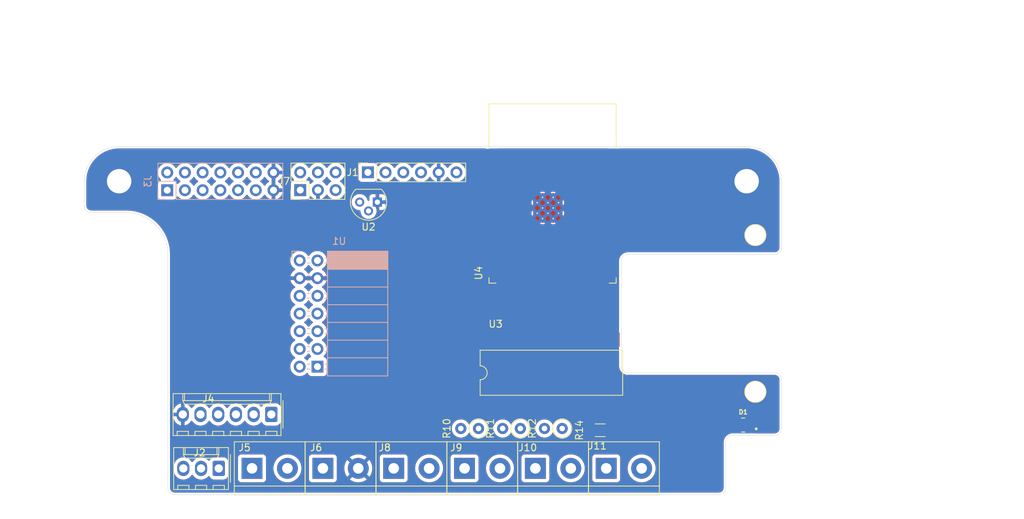
<source format=kicad_pcb>
(kicad_pcb (version 20221018) (generator pcbnew)
  (layers (0 "F.Cu" signal) (31 "B.Cu" signal) (34 "B.Paste" user) (35 "F.Paste" user) (36 "B.SilkS" user "B.Silkscreen") (37 "F.SilkS" user "F.Silkscreen") (38 "B.Mask" user) (39 "F.Mask" user) (44 "Edge.Cuts" user))
  (net 0 "")
  (net 1 "GND")
  (net 2 "+3V3")
  (net 3 "/OSC_E")
  (net 4 "/RX0")
  (net 5 "/RX1")
  (net 6 "/CRS")
  (net 7 "/MDIO")
  (net 8 "/TX0")
  (net 9 "/TX_EN")
  (net 10 "/TX1")
  (net 11 "/MDC")
  (net 12 "+3.3V")
  (net 14 "RGBLED")
  (net 15 "RESET")
  (net 16 "TXD0")
  (net 17 "RXD0")
  (net 18 "GPIO0")
  (net 19 "+12V")
  (net 21 "Net-(J2-Pin_3)")
  (net 22 "Net-(J8-Pin_1)")
  (net 23 "Net-(J8-Pin_2)")
  (net 24 "Net-(J9-Pin_1)")
  (net 25 "Net-(J9-Pin_2)")
  (net 26 "P0")
  (net 27 "Net-(R10-Pad1)")
  (net 28 "Net-(R11-Pad1)")
  (net 29 "Net-(R12-Pad1)")
  (net 30 "I0")
  (net 31 "INT")
  (net 32 "SCL")
  (net 33 "SDA")
  (net 34 "+5V")
  (net 35 "MCLR")
  (net 36 "PGD")
  (net 37 "PGC")
  (net 38 "RA5")
  (net 39 "S0")
  (net 40 "Net-(R14-Pad2)")
  (net 41 "I1")
  (net 42 "I2")
  (net 55 "Net-(J10-Pin_2)")
  (net 56 "Net-(J10-Pin_1)")
  (net 57 "Net-(J11-Pin_1)")
  (net 58 "Net-(J11-Pin_2)")
  (footprint "Connector_PinSocket_2.54mm:PinSocket_1x06_P2.54mm_Vertical" (layer "F.Cu") (at 140.675 66.735 90)
    (fp_text reference "J1" (at 0 -2.175 180) (layer "F.SilkS"))
    (fp_text value "ICSP")
    (fp_line (start -1.33 1.27) (end -1.33 14.03) (stroke (width 0.12)) (layer "F.SilkS"))
    (fp_line (start -1.33 1.27) (end 1.33 1.27) (stroke (width 0.12)) (layer "F.SilkS"))
    (fp_line (start -1.33 14.03) (end 1.33 14.03) (stroke (width 0.12)) (layer "F.SilkS"))
    (fp_line (start 0 -1.33) (end 1.33 -1.33) (stroke (width 0.12)) (layer "F.SilkS"))
    (fp_line (start 1.33 -1.33) (end 1.33 0) (stroke (width 0.12)) (layer "F.SilkS"))
    (fp_line (start 1.33 1.27) (end 1.33 14.03) (stroke (width 0.12)) (layer "F.SilkS"))
    (pad "1" thru_hole rect (at 0 0 90) (size 1.7 1.7) (drill 1) (layers "*.Cu" "*.Mask") (net 15 "RESET"))
    (pad "2" thru_hole oval (at 0 2.54 90) (size 1.7 1.7) (drill 1) (layers "*.Cu" "*.Mask") (net 16 "TXD0"))
    (pad "3" thru_hole oval (at 0 5.08 90) (size 1.7 1.7) (drill 1) (layers "*.Cu" "*.Mask") (net 17 "RXD0"))
    (pad "4" thru_hole oval (at 0 7.62 90) (size 1.7 1.7) (drill 1) (layers "*.Cu" "*.Mask") (net 18 "GPIO0"))
    (pad "5" thru_hole oval (at 0 10.16 90) (size 1.7 1.7) (drill 1) (layers "*.Cu" "*.Mask") (net 1 "GND"))
    (pad "6" thru_hole oval (at 0 12.7 90) (size 1.7 1.7) (drill 1) (layers "*.Cu" "*.Mask") (net 2 "+3V3"))
  )
  (footprint "MountingHole:MountingHole_3.5mm_Pad" (layer "F.Cu") (at 105 68)
    (fp_text reference "H1" hide)
    (fp_text value "MountingHole_Pad" hide)
    (pad "1" thru_hole circle (at 0 0) (size 7 7) (drill 3.5) (layers "*.Cu" "*.Mask") (net 1 "GND"))
  )
  (footprint "esp-map-footprints:LED_WS2812-2020" (layer "F.Cu") (at 194.5 103)
    (fp_text reference "D1" (at 0 -1.86247) (layer "F.SilkS") (effects (font (size 0.64 0.64))))
    (fp_text value "WS2812B-2020")
    (fp_line (start 0.245 -1) (end -0.245 -1) (stroke (width 0.127)) (layer "F.SilkS"))
    (fp_line (start 0.245 1) (end -0.245 1) (stroke (width 0.127)) (layer "F.SilkS"))
    (fp_circle (center 1.87 0.55) (end 1.97 0.55) (stroke (width 0.2)) (fill none) (layer "F.SilkS"))
    (pad "1" smd rect (at -0.915 0.55) (size 0.7 0.7) (layers "F.Cu" "F.Paste" "F.Mask") (net 34 "+5V"))
    (pad "2" smd rect (at 0.915 0.55) (size 0.7 0.7) (layers "F.Cu" "F.Paste" "F.Mask"))
    (pad "3" smd rect (at 0.915 -0.55) (size 0.7 0.7) (layers "F.Cu" "F.Paste" "F.Mask") (net 1 "GND"))
    (pad "4" smd rect (at -0.915 -0.55) (size 0.7 0.7) (layers "F.Cu" "F.Paste" "F.Mask") (net 14 "RGBLED"))
  )
  (footprint "Connector_PinHeader_2.54mm:PinHeader_2x03_P2.54mm_Vertical" (layer "F.Cu") (at 130.975 69.275 90)
    (fp_text reference "J7" (at 1.27 -2.33 180) (layer "F.SilkS"))
    (fp_text value "ICSP")
    (fp_line (start -1.33 -1.33) (end 0 -1.33) (stroke (width 0.12)) (layer "F.SilkS"))
    (fp_line (start -1.33 0) (end -1.33 -1.33) (stroke (width 0.12)) (layer "F.SilkS"))
    (fp_line (start -1.33 1.27) (end -1.33 6.41) (stroke (width 0.12)) (layer "F.SilkS"))
    (fp_line (start -1.33 1.27) (end 1.27 1.27) (stroke (width 0.12)) (layer "F.SilkS"))
    (fp_line (start -1.33 6.41) (end 3.87 6.41) (stroke (width 0.12)) (layer "F.SilkS"))
    (fp_line (start 1.27 -1.33) (end 3.87 -1.33) (stroke (width 0.12)) (layer "F.SilkS"))
    (fp_line (start 1.27 1.27) (end 1.27 -1.33) (stroke (width 0.12)) (layer "F.SilkS"))
    (fp_line (start 3.87 -1.33) (end 3.87 6.41) (stroke (width 0.12)) (layer "F.SilkS"))
    (pad "1" thru_hole rect (at 0 0 90) (size 1.7 1.7) (drill 1) (layers "*.Cu" "*.Mask") (net 35 "MCLR"))
    (pad "2" thru_hole oval (at 2.54 0 90) (size 1.7 1.7) (drill 1) (layers "*.Cu" "*.Mask") (net 2 "+3V3"))
    (pad "3" thru_hole oval (at 0 2.54 90) (size 1.7 1.7) (drill 1) (layers "*.Cu" "*.Mask") (net 1 "GND"))
    (pad "4" thru_hole oval (at 2.54 2.54 90) (size 1.7 1.7) (drill 1) (layers "*.Cu" "*.Mask") (net 36 "PGD"))
    (pad "5" thru_hole oval (at 0 5.08 90) (size 1.7 1.7) (drill 1) (layers "*.Cu" "*.Mask") (net 37 "PGC"))
    (pad "6" thru_hole oval (at 2.54 5.08 90) (size 1.7 1.7) (drill 1) (layers "*.Cu" "*.Mask") (net 38 "RA5"))
  )
  (footprint "Fiducial:Fiducial_0.5mm_Mask1mm" (layer "F.Cu") (at 198 73)
    (fp_text reference "FID2" hide)
    (fp_text value "Fiducial" hide)
    (pad "" smd circle (at 0 0) (size 0.5 0.5) (layers "F.Cu" "F.Mask") (clearance 0.25))
  )
  (footprint "esp-map-footprints:LAN8720-ETH-BOARD-90deg-CON-BOT" (layer "F.Cu") (at 130.9 79.38)
    (fp_text reference "U1" (at 5.65 -2.77) (layer "B.SilkS") (effects (justify mirror)))
    (fp_text value "lan8720_eth_board")
    (fp_line (start -1.11 -1.33) (end -1.11 0) (stroke (width 0.12)) (layer "B.SilkS"))
    (fp_line (start 0 -1.33) (end -1.11 -1.33) (stroke (width 0.12)) (layer "B.SilkS"))
    (fp_line (start 1.49 -0.36) (end 1.11 -0.36) (stroke (width 0.12)) (layer "B.SilkS"))
    (fp_line (start 1.49 0.36) (end 1.11 0.36) (stroke (width 0.12)) (layer "B.SilkS"))
    (fp_line (start 1.49 2.18) (end 1.05 2.18) (stroke (width 0.12)) (layer "B.SilkS"))
    (fp_line (start 1.49 2.9) (end 1.05 2.9) (stroke (width 0.12)) (layer "B.SilkS"))
    (fp_line (start 1.49 4.72) (end 1.05 4.72) (stroke (width 0.12)) (layer "B.SilkS"))
    (fp_line (start 1.49 5.44) (end 1.05 5.44) (stroke (width 0.12)) (layer "B.SilkS"))
    (fp_line (start 1.49 7.26) (end 1.05 7.26) (stroke (width 0.12)) (layer "B.SilkS"))
    (fp_line (start 1.49 7.98) (end 1.05 7.98) (stroke (width 0.12)) (layer "B.SilkS"))
    (fp_line (start 1.49 9.8) (end 1.05 9.8) (stroke (width 0.12)) (layer "B.SilkS"))
    (fp_line (start 1.49 10.52) (end 1.05 10.52) (stroke (width 0.12)) (layer "B.SilkS"))
    (fp_line (start 1.49 12.34) (end 1.05 12.34) (stroke (width 0.12)) (layer "B.SilkS"))
    (fp_line (start 1.49 13.06) (end 1.05 13.06) (stroke (width 0.12)) (layer "B.SilkS"))
    (fp_line (start 1.49 14.88) (end 1.05 14.88) (stroke (width 0.12)) (layer "B.SilkS"))
    (fp_line (start 1.49 15.6) (end 1.05 15.6) (stroke (width 0.12)) (layer "B.SilkS"))
    (fp_line (start 4 -1.33) (end 4 16.57) (stroke (width 0.12)) (layer "B.SilkS"))
    (fp_line (start 4 -0.36) (end 3.59 -0.36) (stroke (width 0.12)) (layer "B.SilkS"))
    (fp_line (start 4 0.36) (end 3.59 0.36) (stroke (width 0.12)) (layer "B.SilkS"))
    (fp_line (start 4 2.18) (end 3.59 2.18) (stroke (width 0.12)) (layer "B.SilkS"))
    (fp_line (start 4 2.9) (end 3.59 2.9) (stroke (width 0.12)) (layer "B.SilkS"))
    (fp_line (start 4 4.72) (end 3.59 4.72) (stroke (width 0.12)) (layer "B.SilkS"))
    (fp_line (start 4 5.44) (end 3.59 5.44) (stroke (width 0.12)) (layer "B.SilkS"))
    (fp_line (start 4 7.26) (end 3.59 7.26) (stroke (width 0.12)) (layer "B.SilkS"))
    (fp_line (start 4 7.98) (end 3.59 7.98) (stroke (width 0.12)) (layer "B.SilkS"))
    (fp_line (start 4 9.8) (end 3.59 9.8) (stroke (width 0.12)) (layer "B.SilkS"))
    (fp_line (start 4 10.52) (end 3.59 10.52) (stroke (width 0.12)) (layer "B.SilkS"))
    (fp_line (start 4 12.34) (end 3.59 12.34) (stroke (width 0.12)) (layer "B.SilkS"))
    (fp_line (start 4 13.06) (end 3.59 13.06) (stroke (width 0.12)) (layer "B.SilkS"))
    (fp_line (start 4 14.88) (end 3.59 14.88) (stroke (width 0.12)) (layer "B.SilkS"))
    (fp_line (start 4 15.6) (end 3.59 15.6) (stroke (width 0.12)) (layer "B.SilkS"))
    (fp_line (start 12.63 -1.33) (end 4 -1.33) (stroke (width 0.12)) (layer "B.SilkS"))
    (fp_line (start 12.63 -1.33) (end 12.63 16.57) (stroke (width 0.12)) (layer "B.SilkS"))
    (fp_line (start 12.63 -1.21) (end 4 -1.21) (stroke (width 0.12)) (layer "B.SilkS"))
    (fp_line (start 12.63 -1.091905) (end 4 -1.091905) (stroke (width 0.12)) (layer "B.SilkS"))
    (fp_line (start 12.63 -0.97381) (end 4 -0.97381) (stroke (width 0.12)) (layer "B.SilkS"))
    (fp_line (start 12.63 -0.855715) (end 4 -0.855715) (stroke (width 0.12)) (layer "B.SilkS"))
    (fp_line (start 12.63 -0.73762) (end 4 -0.73762) (stroke (width 0.12)) (layer "B.SilkS"))
    (fp_line (start 12.63 -0.619525) (end 4 -0.619525) (stroke (width 0.12)) (layer "B.SilkS"))
    (fp_line (start 12.63 -0.50143) (end 4 -0.50143) (stroke (width 0.12)) (layer "B.SilkS"))
    (fp_line (start 12.63 -0.383335) (end 4 -0.383335) (stroke (width 0.12)) (layer "B.SilkS"))
    (fp_line (start 12.63 -0.26524) (end 4 -0.26524) (stroke (width 0.12)) (layer "B.SilkS"))
    (fp_line (start 12.63 -0.147145) (end 4 -0.147145) (stroke (width 0.12)) (layer "B.SilkS"))
    (fp_line (start 12.63 -0.02905) (end 4 -0.02905) (stroke (width 0.12)) (layer "B.SilkS"))
    (fp_line (start 12.63 0.089045) (end 4 0.089045) (stroke (width 0.12)) (layer "B.SilkS"))
    (fp_line (start 12.63 0.20714) (end 4 0.20714) (stroke (width 0.12)) (layer "B.SilkS"))
    (fp_line (start 12.63 0.325235) (end 4 0.325235) (stroke (width 0.12)) (layer "B.SilkS"))
    (fp_line (start 12.63 0.44333) (end 4 0.44333) (stroke (width 0.12)) (layer "B.SilkS"))
    (fp_line (start 12.63 0.561425) (end 4 0.561425) (stroke (width 0.12)) (layer "B.SilkS"))
    (fp_line (start 12.63 0.67952) (end 4 0.67952) (stroke (width 0.12)) (layer "B.SilkS"))
    (fp_line (start 12.63 0.797615) (end 4 0.797615) (stroke (width 0.12)) (layer "B.SilkS"))
    (fp_line (start 12.63 0.91571) (end 4 0.91571) (stroke (width 0.12)) (layer "B.SilkS"))
    (fp_line (start 12.63 1.033805) (end 4 1.033805) (stroke (width 0.12)) (layer "B.SilkS"))
    (fp_line (start 12.63 1.1519) (end 4 1.1519) (stroke (width 0.12)) (layer "B.SilkS"))
    (fp_line (start 12.63 1.27) (end 4 1.27) (stroke (width 0.12)) (layer "B.SilkS"))
    (fp_line (start 12.63 3.81) (end 4 3.81) (stroke (width 0.12)) (layer "B.SilkS"))
    (fp_line (start 12.63 6.35) (end 4 6.35) (stroke (width 0.12)) (layer "B.SilkS"))
    (fp_line (start 12.63 8.89) (end 4 8.89) (stroke (width 0.12)) (layer "B.SilkS"))
    (fp_line (start 12.63 11.43) (end 4 11.43) (stroke (width 0.12)) (layer "B.SilkS"))
    (fp_line (start 12.63 13.97) (end 4 13.97) (stroke (width 0.12)) (layer "B.SilkS"))
    (fp_line (start 12.63 16.57) (end 4 16.57) (stroke (width 0.12)) (layer "B.SilkS"))
    (fp_circle (center 65.35 -3.65) (end 66.85 -3.65) (stroke (width 0.1)) (fill none) (layer "F.SilkS"))
    (fp_circle (center 65.35 18.85) (end 66.85 19.1) (stroke (width 0.1)) (fill none) (layer "F.SilkS"))
    (pad "" np_thru_hole circle (at 65.35 -3.65) (size 2.5 2.5) (drill 2.5) (layers "F&B.Cu" "*.Mask"))
    (pad "" np_thru_hole circle (at 65.35 18.85) (size 2.5 2.5) (drill 2.5) (layers "F&B.Cu" "*.Mask"))
    (pad "1" thru_hole rect (at 2.54 15.24) (size 1.7 1.7) (drill 1) (layers "*.Cu" "*.Mask") (net 10 "/TX1"))
    (pad "2" thru_hole oval (at 0 15.24) (size 1.7 1.7) (drill 1) (layers "*.Cu" "*.Mask") (net 3 "/OSC_E"))
    (pad "3" thru_hole oval (at 2.54 12.7) (size 1.7 1.7) (drill 1) (layers "*.Cu" "*.Mask") (net 9 "/TX_EN"))
    (pad "4" thru_hole oval (at 0 12.7) (size 1.7 1.7) (drill 1) (layers "*.Cu" "*.Mask") (net 8 "/TX0"))
    (pad "5" thru_hole oval (at 2.54 10.16) (size 1.7 1.7) (drill 1) (layers "*.Cu" "*.Mask") (net 4 "/RX0"))
    (pad "6" thru_hole oval (at 0 10.16) (size 1.7 1.7) (drill 1) (layers "*.Cu" "*.Mask") (net 5 "/RX1"))
    (pad "7" thru_hole oval (at 2.54 7.62) (size 1.7 1.7) (drill 1) (layers "*.Cu" "*.Mask") (net 18 "GPIO0"))
    (pad "8" thru_hole oval (at 0 7.62) (size 1.7 1.7) (drill 1) (layers "*.Cu" "*.Mask") (net 6 "/CRS"))
    (pad "9" thru_hole oval (at 2.54 5.08) (size 1.7 1.7) (drill 1) (layers "*.Cu" "*.Mask") (net 7 "/MDIO"))
    (pad "10" thru_hole oval (at 0 5.08) (size 1.7 1.7) (drill 1) (layers "*.Cu" "*.Mask") (net 11 "/MDC"))
    (pad "11" thru_hole oval (at 2.54 2.54) (size 1.7 1.7) (drill 1) (layers "*.Cu" "*.Mask") (net 1 "GND"))
    (pad "12" thru_hole oval (at 0 2.54) (size 1.7 1.7) (drill 1) (layers "*.Cu" "*.Mask") (net 1 "GND"))
    (pad "13" thru_hole oval (at 2.54 0) (size 1.7 1.7) (drill 1) (layers "*.Cu" "*.Mask") (net 2 "+3V3"))
    (pad "14" thru_hole oval (at 0 0) (size 1.7 1.7) (drill 1) (layers "*.Cu" "*.Mask") (net 2 "+3V3"))
  )
  (footprint "Package_DIP:SMDIP-16_W9.53mm" (layer "F.Cu") (at 167 95.5 90)
    (fp_text reference "U3" (at 7 -8 180) (layer "F.SilkS"))
    (fp_text value "PC847")
    (fp_line (start -3.235 -10.22) (end -3.235 10.22) (stroke (width 0.12)) (layer "F.SilkS"))
    (fp_line (start -3.235 10.22) (end 3.235 10.22) (stroke (width 0.12)) (layer "F.SilkS"))
    (fp_line (start -1 -10.22) (end -3.235 -10.22) (stroke (width 0.12)) (layer "F.SilkS"))
    (fp_line (start 3.235 -10.22) (end 1 -10.22) (stroke (width 0.12)) (layer "F.SilkS"))
    (fp_line (start 3.235 10.22) (end 3.235 -10.22) (stroke (width 0.12)) (layer "F.SilkS"))
    (fp_arc (start 1 -10.22) (mid 0 -9.22) (end -1 -10.22) (stroke (width 0.12)) (layer "F.SilkS"))
    (pad "1" smd rect (at -4.765 -8.89 90) (size 2 1.78) (layers "F.Cu" "F.Paste" "F.Mask") (net 27 "Net-(R10-Pad1)"))
    (pad "2" smd rect (at -4.765 -6.35 90) (size 2 1.78) (layers "F.Cu" "F.Paste" "F.Mask") (net 23 "Net-(J8-Pin_2)"))
    (pad "3" smd rect (at -4.765 -3.81 90) (size 2 1.78) (layers "F.Cu" "F.Paste" "F.Mask") (net 28 "Net-(R11-Pad1)"))
    (pad "4" smd rect (at -4.765 -1.27 90) (size 2 1.78) (layers "F.Cu" "F.Paste" "F.Mask") (net 25 "Net-(J9-Pin_2)"))
    (pad "5" smd rect (at -4.765 1.27 90) (size 2 1.78) (layers "F.Cu" "F.Paste" "F.Mask") (net 29 "Net-(R12-Pad1)"))
    (pad "6" smd rect (at -4.765 3.81 90) (size 2 1.78) (layers "F.Cu" "F.Paste" "F.Mask") (net 55 "Net-(J10-Pin_2)"))
    (pad "7" smd rect (at -4.765 6.35 90) (size 2 1.78) (layers "F.Cu" "F.Paste" "F.Mask") (net 40 "Net-(R14-Pad2)"))
    (pad "8" smd rect (at -4.765 8.89 90) (size 2 1.78) (layers "F.Cu" "F.Paste" "F.Mask") (net 1 "GND"))
    (pad "9" smd rect (at 4.765 8.89 90) (size 2 1.78) (layers "F.Cu" "F.Paste" "F.Mask") (net 58 "Net-(J11-Pin_2)"))
    (pad "10" smd rect (at 4.765 6.35 90) (size 2 1.78) (layers "F.Cu" "F.Paste" "F.Mask") (net 57 "Net-(J11-Pin_1)"))
    (pad "11" smd rect (at 4.765 3.81 90) (size 2 1.78) (layers "F.Cu" "F.Paste" "F.Mask") (net 1 "GND"))
    (pad "12" smd rect (at 4.765 1.27 90) (size 2 1.78) (layers "F.Cu" "F.Paste" "F.Mask") (net 42 "I2"))
    (pad "13" smd rect (at 4.765 -1.27 90) (size 2 1.78) (layers "F.Cu" "F.Paste" "F.Mask") (net 1 "GND"))
    (pad "14" smd rect (at 4.765 -3.81 90) (size 2 1.78) (layers "F.Cu" "F.Paste" "F.Mask") (net 41 "I1"))
    (pad "15" smd rect (at 4.765 -6.35 90) (size 2 1.78) (layers "F.Cu" "F.Paste" "F.Mask") (net 1 "GND"))
    (pad "16" smd rect (at 4.765 -8.89 90) (size 2 1.78) (layers "F.Cu" "F.Paste" "F.Mask") (net 30 "I0"))
  )
  (footprint "Package_TO_SOT_THT:TO-92" (layer "F.Cu") (at 142.04 71 180)
    (fp_text reference "U2" (at 1.27 -3.56) (layer "F.SilkS"))
    (fp_text value "DS1233A-10")
    (fp_line (start -0.53 1.85) (end 3.07 1.85) (stroke (width 0.12)) (layer "F.SilkS"))
    (fp_arc (start -0.568478 1.838478) (mid -1.132087 -0.994977) (end 1.27 -2.6) (stroke (width 0.12)) (layer "F.SilkS"))
    (fp_arc (start 1.27 -2.6) (mid 3.672087 -0.994977) (end 3.108478 1.838478) (stroke (width 0.12)) (layer "F.SilkS"))
    (pad "1" thru_hole rect (at 0 0 180) (size 1.3 1.3) (drill 0.75) (layers "*.Cu" "*.Mask") (net 1 "GND"))
    (pad "2" thru_hole circle (at 1.27 -1.27 180) (size 1.3 1.3) (drill 0.75) (layers "*.Cu" "*.Mask") (net 15 "RESET"))
    (pad "3" thru_hole circle (at 2.54 0 180) (size 1.3 1.3) (drill 0.75) (layers "*.Cu" "*.Mask") (net 2 "+3V3"))
  )
  (footprint "Connector_Molex:Molex_KK-254_AE-6410-03A_1x03_P2.54mm_Vertical" (layer "F.Cu") (at 119.29 109.23 180)
    (fp_text reference "J2" (at 2.75 2.25) (layer "F.SilkS"))
    (fp_text value "Conn_01x03")
    (fp_line (start -1.67 -2) (end -1.67 2) (stroke (width 0.12)) (layer "F.SilkS"))
    (fp_line (start -1.38 -3.03) (end -1.38 2.99) (stroke (width 0.12)) (layer "F.SilkS"))
    (fp_line (start -1.38 2.99) (end 6.46 2.99) (stroke (width 0.12)) (layer "F.SilkS"))
    (fp_line (start -0.8 -3.03) (end -0.8 -2.43) (stroke (width 0.12)) (layer "F.SilkS"))
    (fp_line (start -0.8 -2.43) (end 0.8 -2.43) (stroke (width 0.12)) (layer "F.SilkS"))
    (fp_line (start 0 1.99) (end 0.25 1.46) (stroke (width 0.12)) (layer "F.SilkS"))
    (fp_line (start 0 1.99) (end 5.08 1.99) (stroke (width 0.12)) (layer "F.SilkS"))
    (fp_line (start 0 2.99) (end 0 1.99) (stroke (width 0.12)) (layer "F.SilkS"))
    (fp_line (start 0.25 1.46) (end 4.83 1.46) (stroke (width 0.12)) (layer "F.SilkS"))
    (fp_line (start 0.25 2.99) (end 0.25 1.99) (stroke (width 0.12)) (layer "F.SilkS"))
    (fp_line (start 0.8 -2.43) (end 0.8 -3.03) (stroke (width 0.12)) (layer "F.SilkS"))
    (fp_line (start 1.74 -3.03) (end 1.74 -2.43) (stroke (width 0.12)) (layer "F.SilkS"))
    (fp_line (start 1.74 -2.43) (end 3.34 -2.43) (stroke (width 0.12)) (layer "F.SilkS"))
    (fp_line (start 3.34 -2.43) (end 3.34 -3.03) (stroke (width 0.12)) (layer "F.SilkS"))
    (fp_line (start 4.28 -3.03) (end 4.28 -2.43) (stroke (width 0.12)) (layer "F.SilkS"))
    (fp_line (start 4.28 -2.43) (end 5.88 -2.43) (stroke (width 0.12)) (layer "F.SilkS"))
    (fp_line (start 4.83 1.46) (end 5.08 1.99) (stroke (width 0.12)) (layer "F.SilkS"))
    (fp_line (start 4.83 2.99) (end 4.83 1.99) (stroke (width 0.12)) (layer "F.SilkS"))
    (fp_line (start 5.08 1.99) (end 5.08 2.99) (stroke (width 0.12)) (layer "F.SilkS"))
    (fp_line (start 5.88 -2.43) (end 5.88 -3.03) (stroke (width 0.12)) (layer "F.SilkS"))
    (fp_line (start 6.46 -3.03) (end -1.38 -3.03) (stroke (width 0.12)) (layer "F.SilkS"))
    (fp_line (start 6.46 2.99) (end 6.46 -3.03) (stroke (width 0.12)) (layer "F.SilkS"))
    (pad "1" thru_hole roundrect (at 0 0 180) (size 1.74 2.19) (drill 1.19) (layers "*.Cu" "*.Mask") (roundrect_rratio 0.143678) (net 19 "+12V"))
    (pad "2" thru_hole oval (at 2.54 0 180) (size 1.74 2.19) (drill 1.19) (layers "*.Cu" "*.Mask"))
    (pad "3" thru_hole oval (at 5.08 0 180) (size 1.74 2.19) (drill 1.19) (layers "*.Cu" "*.Mask") (net 21 "Net-(J2-Pin_3)"))
  )
  (footprint "esp-map-footprints:TerminalBlock-Bornier-2_P5.08mm" (layer "F.Cu") (at 134.22 109.22)
    (fp_text reference "J6" (at -0.97 -2.97) (layer "F.SilkS"))
    (fp_text value "Conn_01x02")
    (fp_line (start -2.54 -3.81) (end -2.54 3.81) (stroke (width 0.12)) (layer "F.SilkS"))
    (fp_line (start -2.54 3.81) (end 7.62 3.81) (stroke (width 0.12)) (layer "F.SilkS"))
    (fp_line (start 7.62 -3.81) (end -2.54 -3.81) (stroke (width 0.12)) (layer "F.SilkS"))
    (fp_line (start 7.62 2.54) (end -2.54 2.54) (stroke (width 0.12)) (layer "F.SilkS"))
    (fp_line (start 7.62 3.81) (end 7.62 -3.81) (stroke (width 0.12)) (layer "F.SilkS"))
    (pad "1" thru_hole rect locked (at 0 0) (size 3 3) (drill 1.52) (layers "*.Cu" "*.Mask") (net 19 "+12V"))
    (pad "2" thru_hole circle locked (at 5.08 0) (size 3 3) (drill 1.52) (layers "*.Cu" "*.Mask") (net 1 "GND"))
  )
  (footprint "esp-map-footprints:TerminalBlock-Bornier-2_P5.08mm" (layer "F.Cu") (at 164.7 109.22)
    (fp_text reference "J10" (at -1.1 -2.97) (layer "F.SilkS"))
    (fp_text value "Conn_01x02")
    (fp_line (start -2.54 -3.81) (end -2.54 3.81) (stroke (width 0.12)) (layer "F.SilkS"))
    (fp_line (start -2.54 3.81) (end 7.62 3.81) (stroke (width 0.12)) (layer "F.SilkS"))
    (fp_line (start 7.62 -3.81) (end -2.54 -3.81) (stroke (width 0.12)) (layer "F.SilkS"))
    (fp_line (start 7.62 2.54) (end -2.54 2.54) (stroke (width 0.12)) (layer "F.SilkS"))
    (fp_line (start 7.62 3.81) (end 7.62 -3.81) (stroke (width 0.12)) (layer "F.SilkS"))
    (pad "1" thru_hole rect locked (at 0 0) (size 3 3) (drill 1.52) (layers "*.Cu" "*.Mask") (net 56 "Net-(J10-Pin_1)"))
    (pad "2" thru_hole circle locked (at 5.08 0) (size 3 3) (drill 1.52) (layers "*.Cu" "*.Mask") (net 55 "Net-(J10-Pin_2)"))
  )
  (footprint "esp-map-footprints:TerminalBlock-Bornier-2_P5.08mm" (layer "F.Cu") (at 174.86 109.22)
    (fp_text reference "J11" (at -1.26 -3.22) (layer "F.SilkS"))
    (fp_text value "Conn_01x02")
    (fp_line (start -2.54 -3.81) (end -2.54 3.81) (stroke (width 0.12)) (layer "F.SilkS"))
    (fp_line (start -2.54 3.81) (end 7.62 3.81) (stroke (width 0.12)) (layer "F.SilkS"))
    (fp_line (start 7.62 -3.81) (end -2.54 -3.81) (stroke (width 0.12)) (layer "F.SilkS"))
    (fp_line (start 7.62 2.54) (end -2.54 2.54) (stroke (width 0.12)) (layer "F.SilkS"))
    (fp_line (start 7.62 3.81) (end 7.62 -3.81) (stroke (width 0.12)) (layer "F.SilkS"))
    (pad "1" thru_hole rect locked (at 0 0) (size 3 3) (drill 1.52) (layers "*.Cu" "*.Mask") (net 57 "Net-(J11-Pin_1)"))
    (pad "2" thru_hole circle locked (at 5.08 0) (size 3 3) (drill 1.52) (layers "*.Cu" "*.Mask") (net 58 "Net-(J11-Pin_2)"))
  )
  (footprint "Resistor_SMD:R_1206_3216Metric" (layer "F.Cu") (at 174 103.75 180)
    (fp_text reference "R14" (at 3 0 90) (layer "F.SilkS"))
    (fp_text value "100")
    (fp_line (start -0.727064 -0.91) (end 0.727064 -0.91) (stroke (width 0.12)) (layer "F.SilkS"))
    (fp_line (start -0.727064 0.91) (end 0.727064 0.91) (stroke (width 0.12)) (layer "F.SilkS"))
    (pad "1" smd roundrect (at -1.4625 0 180) (size 1.125 1.75) (layers "F.Cu" "F.Paste" "F.Mask") (roundrect_rratio 0.222222) (net 39 "S0"))
    (pad "2" smd roundrect (at 1.4625 0 180) (size 1.125 1.75) (layers "F.Cu" "F.Paste" "F.Mask") (roundrect_rratio 0.222222) (net 40 "Net-(R14-Pad2)"))
  )
  (footprint "esp-map-footprints:TerminalBlock-Bornier-2_P5.08mm" (layer "F.Cu") (at 124.06 109.22)
    (fp_text reference "J5" (at -1.06 -2.97) (layer "F.SilkS"))
    (fp_text value "Conn_01x02")
    (fp_line (start -2.54 -3.81) (end -2.54 3.81) (stroke (width 0.12)) (layer "F.SilkS"))
    (fp_line (start -2.54 3.81) (end 7.62 3.81) (stroke (width 0.12)) (layer "F.SilkS"))
    (fp_line (start 7.62 -3.81) (end -2.54 -3.81) (stroke (width 0.12)) (layer "F.SilkS"))
    (fp_line (start 7.62 2.54) (end -2.54 2.54) (stroke (width 0.12)) (layer "F.SilkS"))
    (fp_line (start 7.62 3.81) (end 7.62 -3.81) (stroke (width 0.12)) (layer "F.SilkS"))
    (pad "1" thru_hole rect locked (at 0 0) (size 3 3) (drill 1.52) (layers "*.Cu" "*.Mask") (net 2 "+3V3"))
    (pad "2" thru_hole circle locked (at 5.08 0) (size 3 3) (drill 1.52) (layers "*.Cu" "*.Mask") (net 34 "+5V"))
  )
  (footprint "Resistor_THT:R_Axial_DIN0207_L6.3mm_D2.5mm_P2.54mm_Vertical" (layer "F.Cu") (at 156.545 103.5 180)
    (fp_text reference "R10" (at 4.545 0 270) (layer "F.SilkS"))
    (fp_text value "?")
    (fp_line (start 1.37 0) (end 1.44 0) (stroke (width 0.12)) (layer "F.SilkS"))
    (fp_circle (center 0 0) (end 1.37 0) (stroke (width 0.12)) (fill none) (layer "F.SilkS"))
    (pad "1" thru_hole circle (at 0 0 180) (size 1.6 1.6) (drill 0.8) (layers "*.Cu" "*.Mask") (net 27 "Net-(R10-Pad1)"))
    (pad "2" thru_hole oval (at 2.54 0 180) (size 1.6 1.6) (drill 0.8) (layers "*.Cu" "*.Mask") (net 22 "Net-(J8-Pin_1)"))
  )
  (footprint "Resistor_THT:R_Axial_DIN0207_L6.3mm_D2.5mm_P2.54mm_Vertical" (layer "F.Cu") (at 162.545 103.5 180)
    (fp_text reference "R11" (at 4.295 0 90) (layer "F.SilkS"))
    (fp_text value "?")
    (fp_line (start 1.37 0) (end 1.44 0) (stroke (width 0.12)) (layer "F.SilkS"))
    (fp_circle (center 0 0) (end 1.37 0) (stroke (width 0.12)) (fill none) (layer "F.SilkS"))
    (pad "1" thru_hole circle (at 0 0 180) (size 1.6 1.6) (drill 0.8) (layers "*.Cu" "*.Mask") (net 28 "Net-(R11-Pad1)"))
    (pad "2" thru_hole oval (at 2.54 0 180) (size 1.6 1.6) (drill 0.8) (layers "*.Cu" "*.Mask") (net 24 "Net-(J9-Pin_1)"))
  )
  (footprint "Resistor_THT:R_Axial_DIN0207_L6.3mm_D2.5mm_P2.54mm_Vertical" (layer "F.Cu") (at 168.545 103.5 180)
    (fp_text reference "R12" (at 4.295 0 90) (layer "F.SilkS"))
    (fp_text value "?")
    (fp_line (start 1.37 0) (end 1.44 0) (stroke (width 0.12)) (layer "F.SilkS"))
    (fp_circle (center 0 0) (end 1.37 0) (stroke (width 0.12)) (fill none) (layer "F.SilkS"))
    (pad "1" thru_hole circle (at 0 0 180) (size 1.6 1.6) (drill 0.8) (layers "*.Cu" "*.Mask") (net 29 "Net-(R12-Pad1)"))
    (pad "2" thru_hole oval (at 2.54 0 180) (size 1.6 1.6) (drill 0.8) (layers "*.Cu" "*.Mask") (net 56 "Net-(J10-Pin_1)"))
  )
  (footprint "Fiducial:Fiducial_0.5mm_Mask1mm" (layer "F.Cu") (at 198.5 101)
    (fp_text reference "FID3" hide)
    (fp_text value "Fiducial" hide)
    (pad "" smd circle (at 0 0) (size 0.5 0.5) (layers "F.Cu" "F.Mask") (clearance 0.25))
  )
  (footprint "Connector_Molex:Molex_KK-254_AE-6410-06A_1x06_P2.54mm_Vertical" (layer "F.Cu") (at 126.83 101.48 180)
    (fp_text reference "J4" (at 9.04 2.25) (layer "F.SilkS"))
    (fp_text value "Conn_01x06")
    (fp_line (start -1.67 -2) (end -1.67 2) (stroke (width 0.12)) (layer "F.SilkS"))
    (fp_line (start -1.38 -3.03) (end -1.38 2.99) (stroke (width 0.12)) (layer "F.SilkS"))
    (fp_line (start -1.38 2.99) (end 14.08 2.99) (stroke (width 0.12)) (layer "F.SilkS"))
    (fp_line (start -0.8 -3.03) (end -0.8 -2.43) (stroke (width 0.12)) (layer "F.SilkS"))
    (fp_line (start -0.8 -2.43) (end 0.8 -2.43) (stroke (width 0.12)) (layer "F.SilkS"))
    (fp_line (start 0 1.99) (end 0.25 1.46) (stroke (width 0.12)) (layer "F.SilkS"))
    (fp_line (start 0 1.99) (end 12.7 1.99) (stroke (width 0.12)) (layer "F.SilkS"))
    (fp_line (start 0 2.99) (end 0 1.99) (stroke (width 0.12)) (layer "F.SilkS"))
    (fp_line (start 0.25 1.46) (end 12.45 1.46) (stroke (width 0.12)) (layer "F.SilkS"))
    (fp_line (start 0.25 2.99) (end 0.25 1.99) (stroke (width 0.12)) (layer "F.SilkS"))
    (fp_line (start 0.8 -2.43) (end 0.8 -3.03) (stroke (width 0.12)) (layer "F.SilkS"))
    (fp_line (start 1.74 -3.03) (end 1.74 -2.43) (stroke (width 0.12)) (layer "F.SilkS"))
    (fp_line (start 1.74 -2.43) (end 3.34 -2.43) (stroke (width 0.12)) (layer "F.SilkS"))
    (fp_line (start 3.34 -2.43) (end 3.34 -3.03) (stroke (width 0.12)) (layer "F.SilkS"))
    (fp_line (start 4.28 -3.03) (end 4.28 -2.43) (stroke (width 0.12)) (layer "F.SilkS"))
    (fp_line (start 4.28 -2.43) (end 5.88 -2.43) (stroke (width 0.12)) (layer "F.SilkS"))
    (fp_line (start 5.88 -2.43) (end 5.88 -3.03) (stroke (width 0.12)) (layer "F.SilkS"))
    (fp_line (start 6.82 -3.03) (end 6.82 -2.43) (stroke (width 0.12)) (layer "F.SilkS"))
    (fp_line (start 6.82 -2.43) (end 8.42 -2.43) (stroke (width 0.12)) (layer "F.SilkS"))
    (fp_line (start 8.42 -2.43) (end 8.42 -3.03) (stroke (width 0.12)) (layer "F.SilkS"))
    (fp_line (start 9.36 -3.03) (end 9.36 -2.43) (stroke (width 0.12)) (layer "F.SilkS"))
    (fp_line (start 9.36 -2.43) (end 10.96 -2.43) (stroke (width 0.12)) (layer "F.SilkS"))
    (fp_line (start 10.96 -2.43) (end 10.96 -3.03) (stroke (width 0.12)) (layer "F.SilkS"))
    (fp_line (start 11.9 -3.03) (end 11.9 -2.43) (stroke (width 0.12)) (layer "F.SilkS"))
    (fp_line (start 11.9 -2.43) (end 13.5 -2.43) (stroke (width 0.12)) (layer "F.SilkS"))
    (fp_line (start 12.45 1.46) (end 12.7 1.99) (stroke (width 0.12)) (layer "F.SilkS"))
    (fp_line (start 12.45 2.99) (end 12.45 1.99) (stroke (width 0.12)) (layer "F.SilkS"))
    (fp_line (start 12.7 1.99) (end 12.7 2.99) (stroke (width 0.12)) (layer "F.SilkS"))
    (fp_line (start 13.5 -2.43) (end 13.5 -3.03) (stroke (width 0.12)) (layer "F.SilkS"))
    (fp_line (start 14.08 -3.03) (end -1.38 -3.03) (stroke (width 0.12)) (layer "F.SilkS"))
    (fp_line (start 14.08 2.99) (end 14.08 -3.03) (stroke (width 0.12)) (layer "F.SilkS"))
    (pad "1" thru_hole roundrect (at 0 0 180) (size 1.74 2.19) (drill 1.19) (layers "*.Cu" "*.Mask") (roundrect_rratio 0.143678) (net 31 "INT"))
    (pad "2" thru_hole oval (at 2.54 0 180) (size 1.74 2.19) (drill 1.19) (layers "*.Cu" "*.Mask") (net 32 "SCL"))
    (pad "3" thru_hole oval (at 5.08 0 180) (size 1.74 2.19) (drill 1.19) (layers "*.Cu" "*.Mask") (net 33 "SDA"))
    (pad "4" thru_hole oval (at 7.62 0 180) (size 1.74 2.19) (drill 1.19) (layers "*.Cu" "*.Mask") (net 2 "+3V3"))
    (pad "5" thru_hole oval (at 10.16 0 180) (size 1.74 2.19) (drill 1.19) (layers "*.Cu" "*.Mask") (net 34 "+5V"))
    (pad "6" thru_hole oval (at 12.7 0 180) (size 1.74 2.19) (drill 1.19) (layers "*.Cu" "*.Mask") (net 1 "GND"))
  )
  (footprint "Fiducial:Fiducial_0.5mm_Mask1mm" (layer "F.Cu") (at 109 72)
    (fp_text reference "FID1" hide)
    (fp_text value "Fiducial" hide)
    (pad "" smd circle (at 0 0) (size 0.5 0.5) (layers "F.Cu" "F.Mask") (clearance 0.25))
  )
  (footprint "esp-map-footprints:TerminalBlock-Bornier-2_P5.08mm" (layer "F.Cu") (at 154.54 109.22)
    (fp_text reference "J9" (at -1.19 -2.97) (layer "F.SilkS"))
    (fp_text value "Conn_01x02")
    (fp_line (start -2.54 -3.81) (end -2.54 3.81) (stroke (width 0.12)) (layer "F.SilkS"))
    (fp_line (start -2.54 3.81) (end 7.62 3.81) (stroke (width 0.12)) (layer "F.SilkS"))
    (fp_line (start 7.62 -3.81) (end -2.54 -3.81) (stroke (width 0.12)) (layer "F.SilkS"))
    (fp_line (start 7.62 2.54) (end -2.54 2.54) (stroke (width 0.12)) (layer "F.SilkS"))
    (fp_line (start 7.62 3.81) (end 7.62 -3.81) (stroke (width 0.12)) (layer "F.SilkS"))
    (pad "1" thru_hole rect locked (at 0 0) (size 3 3) (drill 1.52) (layers "*.Cu" "*.Mask") (net 24 "Net-(J9-Pin_1)"))
    (pad "2" thru_hole circle locked (at 5.08 0) (size 3 3) (drill 1.52) (layers "*.Cu" "*.Mask") (net 25 "Net-(J9-Pin_2)"))
  )
  (footprint "esp-map-footprints:TerminalBlock-Bornier-2_P5.08mm" (layer "F.Cu") (at 144.38 109.22)
    (fp_text reference "J8" (at -1.28 -2.97) (layer "F.SilkS"))
    (fp_text value "Conn_01x02")
    (fp_line (start -2.54 -3.81) (end -2.54 3.81) (stroke (width 0.12)) (layer "F.SilkS"))
    (fp_line (start -2.54 3.81) (end 7.62 3.81) (stroke (width 0.12)) (layer "F.SilkS"))
    (fp_line (start 7.62 -3.81) (end -2.54 -3.81) (stroke (width 0.12)) (layer "F.SilkS"))
    (fp_line (start 7.62 2.54) (end -2.54 2.54) (stroke (width 0.12)) (layer "F.SilkS"))
    (fp_line (start 7.62 3.81) (end 7.62 -3.81) (stroke (width 0.12)) (layer "F.SilkS"))
    (pad "1" thru_hole rect locked (at 0 0) (size 3 3) (drill 1.52) (layers "*.Cu" "*.Mask") (net 22 "Net-(J8-Pin_1)"))
    (pad "2" thru_hole circle locked (at 5.08 0) (size 3 3) (drill 1.52) (layers "*.Cu" "*.Mask") (net 23 "Net-(J8-Pin_2)"))
  )
  (footprint "MountingHole:MountingHole_3.5mm_Pad" (layer "F.Cu") (at 195 68)
    (fp_text reference "H2" hide)
    (fp_text value "MountingHole_Pad" hide)
    (pad "1" thru_hole circle (at 0 0) (size 7 7) (drill 3.5) (layers "*.Cu" "*.Mask") (net 1 "GND"))
  )
  (footprint "RF_Module:ESP32-WROOM-32" (layer "F.Cu") (at 167.17 72.75)
    (fp_text reference "U4" (at -10.61 8.43 90) (layer "F.SilkS"))
    (fp_text value "ESP32-WROOM-32")
    (fp_line (start -9.12 -15.86) (end -9.12 -9.445) (stroke (width 0.12)) (layer "F.SilkS"))
    (fp_line (start -9.12 -15.86) (end 9.12 -15.86) (stroke (width 0.12)) (layer "F.SilkS"))
    (fp_line (start -9.12 -9.445) (end -9.5 -9.445) (stroke (width 0.12)) (layer "F.SilkS"))
    (fp_line (start -9.12 9.1) (end -9.12 9.88) (stroke (width 0.12)) (layer "F.SilkS"))
    (fp_line (start -9.12 9.88) (end -8.12 9.88) (stroke (width 0.12)) (layer "F.SilkS"))
    (fp_line (start 9.12 -15.86) (end 9.12 -9.445) (stroke (width 0.12)) (layer "F.SilkS"))
    (fp_line (start 9.12 9.1) (end 9.12 9.88) (stroke (width 0.12)) (layer "F.SilkS"))
    (fp_line (start 9.12 9.88) (end 8.12 9.88) (stroke (width 0.12)) (layer "F.SilkS"))
    (pad "1" smd rect locked (at -8.75 -8.25) (size 1.5 0.9) (layers "F.Cu" "F.Paste" "F.Mask") (net 1 "GND"))
    (pad "2" smd rect locked (at -8.75 -6.98) (size 1.5 0.9) (layers "F.Cu" "F.Paste" "F.Mask") (net 12 "+3.3V"))
    (pad "3" smd rect locked (at -8.75 -5.71) (size 1.5 0.9) (layers "F.Cu" "F.Paste" "F.Mask") (net 15 "RESET"))
    (pad "4" smd rect locked (at -8.75 -4.44) (size 1.5 0.9) (layers "F.Cu" "F.Paste" "F.Mask") (net 41 "I1"))
    (pad "5" smd rect locked (at -8.75 -3.17) (size 1.5 0.9) (layers "F.Cu" "F.Paste" "F.Mask") (net 42 "I2"))
    (pad "6" smd rect locked (at -8.75 -1.9) (size 1.5 0.9) (layers "F.Cu" "F.Paste" "F.Mask") (net 31 "INT"))
    (pad "7" smd rect locked (at -8.75 -0.63) (size 1.5 0.9) (layers "F.Cu" "F.Paste" "F.Mask") (net 30 "I0"))
    (pad "8" smd rect locked (at -8.75 0.64) (size 1.5 0.9) (layers "F.Cu" "F.Paste" "F.Mask") (net 32 "SCL"))
    (pad "9" smd rect locked (at -8.75 1.91) (size 1.5 0.9) (layers "F.Cu" "F.Paste" "F.Mask") (net 33 "SDA"))
    (pad "10" smd rect locked (at -8.75 3.18) (size 1.5 0.9) (layers "F.Cu" "F.Paste" "F.Mask") (net 4 "/RX0"))
    (pad "11" smd rect locked (at -8.75 4.45) (size 1.5 0.9) (layers "F.Cu" "F.Paste" "F.Mask") (net 5 "/RX1"))
    (pad "12" smd rect locked (at -8.75 5.72) (size 1.5 0.9) (layers "F.Cu" "F.Paste" "F.Mask") (net 6 "/CRS"))
    (pad "13" smd rect locked (at -8.75 6.99) (size 1.5 0.9) (layers "F.Cu" "F.Paste" "F.Mask"))
    (pad "14" smd rect locked (at -8.75 8.26) (size 1.5 0.9) (layers "F.Cu" "F.Paste" "F.Mask") (net 26 "P0"))
    (pad "15" smd rect locked (at -5.71 9.51 90) (size 1.5 0.9) (layers "F.Cu" "F.Paste" "F.Mask") (net 1 "GND"))
    (pad "16" smd rect locked (at -4.44 9.51 90) (size 1.5 0.9) (layers "F.Cu" "F.Paste" "F.Mask"))
    (pad "17" smd rect locked (at -3.17 9.51 90) (size 1.5 0.9) (layers "F.Cu" "F.Paste" "F.Mask"))
    (pad "18" smd rect locked (at -1.9 9.51 90) (size 1.5 0.9) (layers "F.Cu" "F.Paste" "F.Mask"))
    (pad "19" smd rect locked (at -0.63 9.51 90) (size 1.5 0.9) (layers "F.Cu" "F.Paste" "F.Mask"))
    (pad "20" smd rect locked (at 0.64 9.51 90) (size 1.5 0.9) (layers "F.Cu" "F.Paste" "F.Mask"))
    (pad "21" smd rect locked (at 1.91 9.51 90) (size 1.5 0.9) (layers "F.Cu" "F.Paste" "F.Mask"))
    (pad "22" smd rect locked (at 3.18 9.51 90) (size 1.5 0.9) (layers "F.Cu" "F.Paste" "F.Mask"))
    (pad "23" smd rect locked (at 4.45 9.51 90) (size 1.5 0.9) (layers "F.Cu" "F.Paste" "F.Mask"))
    (pad "24" smd rect locked (at 5.72 9.51 90) (size 1.5 0.9) (layers "F.Cu" "F.Paste" "F.Mask") (net 14 "RGBLED"))
    (pad "25" smd rect locked (at 8.75 8.26) (size 1.5 0.9) (layers "F.Cu" "F.Paste" "F.Mask") (net 18 "GPIO0"))
    (pad "26" smd rect locked (at 8.75 6.99) (size 1.5 0.9) (layers "F.Cu" "F.Paste" "F.Mask") (net 39 "S0"))
    (pad "27" smd rect locked (at 8.75 5.72) (size 1.5 0.9) (layers "F.Cu" "F.Paste" "F.Mask"))
    (pad "28" smd rect locked (at 8.75 4.45) (size 1.5 0.9) (layers "F.Cu" "F.Paste" "F.Mask") (net 3 "/OSC_E"))
    (pad "29" smd rect locked (at 8.75 3.18) (size 1.5 0.9) (layers "F.Cu" "F.Paste" "F.Mask"))
    (pad "30" smd rect locked (at 8.75 1.91) (size 1.5 0.9) (layers "F.Cu" "F.Paste" "F.Mask") (net 7 "/MDIO"))
    (pad "31" smd rect locked (at 8.75 0.64) (size 1.5 0.9) (layers "F.Cu" "F.Paste" "F.Mask") (net 8 "/TX0"))
    (pad "32" smd rect locked (at 8.75 -0.63) (size 1.5 0.9) (layers "F.Cu" "F.Paste" "F.Mask"))
    (pad "33" smd rect locked (at 8.75 -1.9) (size 1.5 0.9) (layers "F.Cu" "F.Paste" "F.Mask") (net 9 "/TX_EN"))
    (pad "34" smd rect locked (at 8.75 -3.17) (size 1.5 0.9) (layers "F.Cu" "F.Paste" "F.Mask") (net 17 "RXD0"))
    (pad "35" smd rect locked (at 8.75 -4.44) (size 1.5 0.9) (layers "F.Cu" "F.Paste" "F.Mask") (net 16 "TXD0"))
    (pad "36" smd rect locked (at 8.75 -5.71) (size 1.5 0.9) (layers "F.Cu" "F.Paste" "F.Mask") (net 10 "/TX1"))
    (pad "37" smd rect locked (at 8.75 -6.98) (size 1.5 0.9) (layers "F.Cu" "F.Paste" "F.Mask") (net 11 "/MDC"))
    (pad "38" smd rect locked (at 8.75 -8.25) (size 1.5 0.9) (layers "F.Cu" "F.Paste" "F.Mask") (net 1 "GND"))
    (pad "39" smd rect locked (at -2.205 -2.435) (size 1.05 1.05) (layers "F.Cu" "F.Paste") (net 1 "GND"))
    (pad "39" thru_hole circle locked (at -2.205 -1.6725) (size 0.6 0.6) (drill 0.2) (property pad_prop_heatsink) (layers "*.Cu" "F.Mask") (net 1 "GND"))
    (pad "39" smd rect locked (at -2.205 -0.91) (size 1.05 1.05) (layers "F.Cu" "F.Paste") (net 1 "GND"))
    (pad "39" thru_hole circle locked (at -2.205 -0.1475) (size 0.6 0.6) (drill 0.2) (property pad_prop_heatsink) (layers "*.Cu" "F.Mask") (net 1 "GND"))
    (pad "39" smd rect locked (at -2.205 0.615) (size 1.05 1.05) (layers "F.Cu" "F.Paste") (net 1 "GND"))
    (pad "39" thru_hole circle locked (at -1.4425 -2.435) (size 0.6 0.6) (drill 0.2) (property pad_prop_heatsink) (layers "*.Cu" "F.Mask") (net 1 "GND"))
    (pad "39" thru_hole circle locked (at -1.4425 -0.91) (size 0.6 0.6) (drill 0.2) (property pad_prop_heatsink) (layers "*.Cu" "F.Mask") (net 1 "GND"))
    (pad "39" thru_hole circle locked (at -1.4425 0.615) (size 0.6 0.6) (drill 0.2) (property pad_prop_heatsink) (layers "*.Cu" "F.Mask") (net 1 "GND"))
    (pad "39" smd rect locked (at -0.68 -2.435) (size 1.05 1.05) (layers "F.Cu" "F.Paste") (net 1 "GND"))
    (pad "39" thru_hole circle locked (at -0.68 -1.6725) (size 0.6 0.6) (drill 0.2) (property pad_prop_heatsink) (layers "*.Cu" "F.Mask") (net 1 "GND"))
    (pad "39" smd rect locked (at -0.68 -0.91) (size 1.05 1.05) (layers "F.Cu" "F.Paste") (net 1 "GND"))
    (pad "39" smd rect locked (at -0.68 -0.91) (size 4.2 4.2) (layers "F.Cu" "F.Mask") (net 1 "GND"))
    (pad "39" thru_hole circle locked (at -0.68 -0.1475) (size 0.6 0.6) (drill 0.2) (property pad_prop_heatsink) (layers "*.Cu" "F.Mask") (net 1 "GND"))
    (pad "39" smd rect locked (at -0.68 0.615) (size 1.05 1.05) (layers "F.Cu" "F.Paste") (net 1 "GND"))
    (pad "39" thru_hole circle locked (at 0.0825 -2.435) (size 0.6 0.6) (drill 0.2) (property pad_prop_heatsink) (layers "*.Cu" "F.Mask") (net 1 "GND"))
    (pad "39" thru_hole circle locked (at 0.0825 -0.91) (size 0.6 0.6) (drill 0.2) (property pad_prop_heatsink) (layers "*.Cu" "F.Mask") (net 1 "GND"))
    (pad "39" thru_hole circle locked (at 0.0825 0.615) (size 0.6 0.6) (drill 0.2) (property pad_prop_heatsink) (layers "*.Cu" "F.Mask") (net 1 "GND"))
    (pad "39" smd rect locked (at 0.845 -2.435) (size 1.05 1.05) (layers "F.Cu" "F.Paste") (net 1 "GND"))
    (pad "39" thru_hole circle locked (at 0.845 -1.6725) (size 0.6 0.6) (drill 0.2) (property pad_prop_heatsink) (layers "*.Cu" "F.Mask") (net 1 "GND"))
    (pad "39" smd rect locked (at 0.845 -0.91) (size 1.05 1.05) (layers "F.Cu" "F.Paste") (net 1 "GND"))
    (pad "39" thru_hole circle locked (at 0.845 -0.1475) (size 0.6 0.6) (drill 0.2) (property pad_prop_heatsink) (layers "*.Cu" "F.Mask") (net 1 "GND"))
    (pad "39" smd rect locked (at 0.845 0.615) (size 1.05 1.05) (layers "F.Cu" "F.Paste") (net 1 "GND"))
    (zone (net 0) (net_name "") (layers "F.Cu" "In1.Cu" "B.Cu") (connect_pads (clearance 0)) (min_thickness 0.254)
      (keepout (tracks not_allowed) (vias not_allowed) (pads not_allowed) (copperpour not_allowed) (footprints not_allowed))
      (fill (thermal_gap 0.508) (thermal_bridge_width 0.508))
      (polygon (pts (xy 143.17 62.95) (xy 191.17 62.95) (xy 191.17 42.01) (xy 143.17 42.01)))
    )
  )
  (footprint "Connector_PinSocket_2.54mm:PinSocket_2x07_P2.54mm_Vertical" (layer "B.Cu") (at 111.9 69.29 -90)
    (fp_text reference "J3" (at -1.27 2.77 90) (layer "B.SilkS") (effects (justify mirror)))
    (fp_text value "I2C/ICSP/UART")
    (fp_line (start -3.87 -16.57) (end 1.33 -16.57) (stroke (width 0.12)) (layer "B.SilkS"))
    (fp_line (start -3.87 1.33) (end -3.87 -16.57) (stroke (width 0.12)) (layer "B.SilkS"))
    (fp_line (start -3.87 1.33) (end -1.27 1.33) (stroke (width 0.12)) (layer "B.SilkS"))
    (fp_line (start -1.27 -1.27) (end 1.33 -1.27) (stroke (width 0.12)) (layer "B.SilkS"))
    (fp_line (start -1.27 1.33) (end -1.27 -1.27) (stroke (width 0.12)) (layer "B.SilkS"))
    (fp_line (start 0 1.33) (end 1.33 1.33) (stroke (width 0.12)) (layer "B.SilkS"))
    (fp_line (start 1.33 -1.27) (end 1.33 -16.57) (stroke (width 0.12)) (layer "B.SilkS"))
    (fp_line (start 1.33 1.33) (end 1.33 0) (stroke (width 0.12)) (layer "B.SilkS"))
    (pad "1" thru_hole rect (at 0 0 270) (size 1.7 1.7) (drill 1) (layers "*.Cu" "*.Mask") (net 34 "+5V"))
    (pad "2" thru_hole oval (at -2.54 0 270) (size 1.7 1.7) (drill 1) (layers "*.Cu" "*.Mask") (net 34 "+5V"))
    (pad "3" thru_hole oval (at 0 -2.54 270) (size 1.7 1.7) (drill 1) (layers "*.Cu" "*.Mask") (net 38 "RA5"))
    (pad "4" thru_hole oval (at -2.54 -2.54 270) (size 1.7 1.7) (drill 1) (layers "*.Cu" "*.Mask") (net 31 "INT"))
    (pad "5" thru_hole oval (at 0 -5.08 270) (size 1.7 1.7) (drill 1) (layers "*.Cu" "*.Mask") (net 35 "MCLR"))
    (pad "6" thru_hole oval (at -2.54 -5.08 270) (size 1.7 1.7) (drill 1) (layers "*.Cu" "*.Mask") (net 32 "SCL"))
    (pad "7" thru_hole oval (at 0 -7.62 270) (size 1.7 1.7) (drill 1) (layers "*.Cu" "*.Mask") (net 36 "PGD"))
    (pad "8" thru_hole oval (at -2.54 -7.62 270) (size 1.7 1.7) (drill 1) (layers "*.Cu" "*.Mask") (net 33 "SDA"))
    (pad "9" thru_hole oval (at 0 -10.16 270) (size 1.7 1.7) (drill 1) (layers "*.Cu" "*.Mask") (net 37 "PGC"))
    (pad "10" thru_hole oval (at -2.54 -10.16 270) (size 1.7 1.7) (drill 1) (layers "*.Cu" "*.Mask") (net 2 "+3V3"))
    (pad "11" thru_hole oval (at 0 -12.7 270) (size 1.7 1.7) (drill 1) (layers "*.Cu" "*.Mask") (net 2 "+3V3"))
    (pad "12" thru_hole oval (at -2.54 -12.7 270) (size 1.7 1.7) (drill 1) (layers "*.Cu" "*.Mask") (net 2 "+3V3"))
    (pad "13" thru_hole oval (at 0 -15.24 270) (size 1.7 1.7) (drill 1) (layers "*.Cu" "*.Mask") (net 1 "GND"))
    (pad "14" thru_hole oval (at -2.54 -15.24 270) (size 1.7 1.7) (drill 1) (layers "*.Cu" "*.Mask") (net 1 "GND"))
  )
  (gr_arc (start 192 112) (mid 191.707107 112.707107) (end 191 113) (stroke (width 0.05)) (layer "Edge.Cuts"))
  (gr_arc (start 101 72.5) (mid 100.292893 72.207107) (end 100 71.5) (stroke (width 0.05)) (layer "Edge.Cuts"))
  (gr_line (start 113 113) (end 191 113) (stroke (width 0.05)) (layer "Edge.Cuts"))
  (gr_line (start 200 77.5) (end 200 68) (stroke (width 0.05)) (layer "Edge.Cuts"))
  (gr_arc (start 200 77.5) (mid 199.707107 78.207107) (end 199 78.5) (stroke (width 0.05)) (layer "Edge.Cuts"))
  (gr_line (start 199 78.5) (end 178 78.5) (stroke (width 0.05)) (layer "Edge.Cuts"))
  (gr_line (start 177 79.5) (end 177 94.5) (stroke (width 0.05)) (layer "Edge.Cuts"))
  (gr_line (start 178 95.5) (end 199 95.5) (stroke (width 0.05)) (layer "Edge.Cuts"))
  (gr_line (start 100 71.5) (end 100 68) (stroke (width 0.05)) (layer "Edge.Cuts"))
  (gr_line (start 193 104.5) (end 199 104.5) (stroke (width 0.05)) (layer "Edge.Cuts"))
  (gr_arc (start 200 103.5) (mid 199.707107 104.207107) (end 199 104.5) (stroke (width 0.05)) (layer "Edge.Cuts"))
  (gr_arc (start 192 105.5) (mid 192.292893 104.792893) (end 193 104.5) (stroke (width 0.05)) (layer "Edge.Cuts"))
  (gr_line (start 192 105.5) (end 192 112) (stroke (width 0.05)) (layer "Edge.Cuts"))
  (gr_line (start 106 72.5) (end 101 72.5) (stroke (width 0.05)) (layer "Edge.Cuts"))
  (gr_line (start 200 103.5) (end 200 96.5) (stroke (width 0.05)) (layer "Edge.Cuts"))
  (gr_arc (start 195 63) (mid 198.535534 64.464466) (end 200 68) (stroke (width 0.05)) (layer "Edge.Cuts"))
  (gr_arc (start 199 95.5) (mid 199.707107 95.792893) (end 200 96.5) (stroke (width 0.05)) (layer "Edge.Cuts"))
  (gr_arc (start 178 95.5) (mid 177.292893 95.207107) (end 177 94.5) (stroke (width 0.05)) (layer "Edge.Cuts"))
  (gr_arc (start 100 68) (mid 101.464466 64.464466) (end 105 63) (stroke (width 0.05)) (layer "Edge.Cuts"))
  (gr_line (start 112 78.5) (end 112 112) (stroke (width 0.05)) (layer "Edge.Cuts"))
  (gr_line (start 195 63) (end 105 63) (stroke (width 0.05)) (layer "Edge.Cuts"))
  (gr_arc (start 113 113) (mid 112.292893 112.707107) (end 112 112) (stroke (width 0.05)) (layer "Edge.Cuts"))
  (gr_arc (start 177 79.5) (mid 177.292893 78.792893) (end 178 78.5) (stroke (width 0.05)) (layer "Edge.Cuts"))
  (gr_arc (start 106 72.5) (mid 110.242641 74.257359) (end 112 78.5) (stroke (width 0.05)) (layer "Edge.Cuts"))
  (zone (net 1) (net_name "GND") (layers "F&B.Cu") (name "GND") (connect_pads (clearance 0.508)) (min_thickness 0.254) (fill yes (thermal_gap 0.508) (thermal_bridge_width 0.508) (island_removal_mode 1) (island_area_min 10))
    (polygon (pts (xy 206 116.5) (xy 96 116.5) (xy 96 59) (xy 206 59)))
  )
)
</source>
